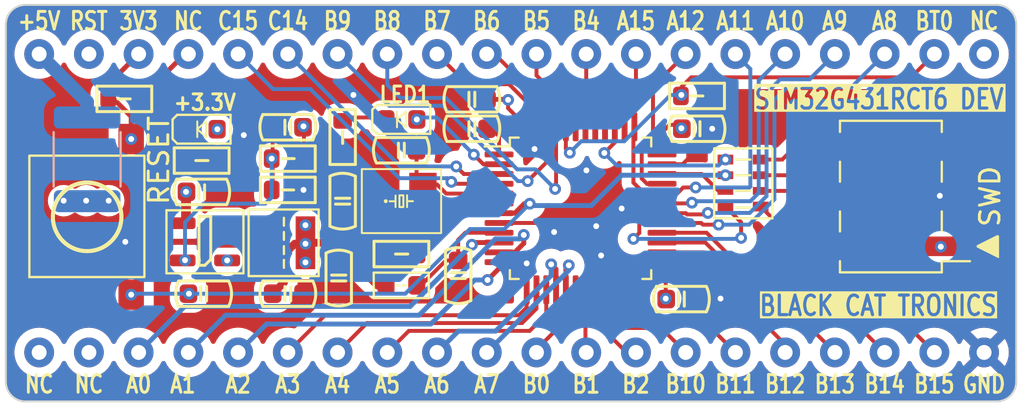
<source format=kicad_pcb>
(kicad_pcb (version 20221018) (generator pcbnew)
  (layers (0 "F.Cu" signal) (1 "In1.Cu" signal) (2 "In2.Cu" signal) (31 "B.Cu" signal) (34 "B.Paste" user) (35 "F.Paste" user) (36 "B.SilkS" user "B.Silkscreen") (37 "F.SilkS" user "F.Silkscreen") (38 "B.Mask" user) (39 "F.Mask" user) (44 "Edge.Cuts" user))
  (net 0 "")
  (net 1 "HSE_IN")
  (net 2 "GND")
  (net 3 "Net-(C2-Pad1)")
  (net 4 "+BATT")
  (net 5 "+3V3")
  (net 6 "+3.3VA")
  (net 7 "NRST")
  (net 8 "/+5.0V")
  (net 9 "Net-(U2-FB)")
  (net 10 "Net-(J1-Pin_2)")
  (net 11 "Net-(J1-Pin_4)")
  (net 12 "Net-(J1-Pin_5)")
  (net 13 "Net-(J1-Pin_6)")
  (net 14 "Net-(U2-LX)")
  (net 15 "Net-(LED1-K)")
  (net 16 "HSE_OUT")
  (net 17 "BOOT0")
  (net 18 "SYS_JTDO-SWO")
  (net 19 "SYS_JTMS-SWDIO")
  (net 20 "SYS_JTCK-SWCLK")
  (net 21 "HEART_BEAT")
  (net 22 "Net-(LED2-K)")
  (net 23 "PC15")
  (net 27 "PC14")
  (net 28 "PB8")
  (net 29 "PB9")
  (net 30 "PB7")
  (net 31 "PB6")
  (net 32 "PB4")
  (net 33 "PB5")
  (net 34 "PA15")
  (net 35 "PA0")
  (net 36 "PA1")
  (net 37 "PA2")
  (net 38 "PA3")
  (net 39 "PA4")
  (net 40 "PA5")
  (net 41 "PA6")
  (net 42 "PA7")
  (net 43 "PA8")
  (net 44 "PA9")
  (net 45 "PA10")
  (net 46 "PA11")
  (net 47 "PA12")
  (net 48 "PB0")
  (net 49 "PB1")
  (net 50 "PB2")
  (net 51 "PB10")
  (net 52 "PB11")
  (net 53 "PB12")
  (net 54 "PB13")
  (net 55 "PB14")
  (net 56 "PB15")
  (net 57 "+5V")
  (footprint "Library:C_0603_1608Metric" (layer "F.Cu") (at 171.7 58.5 180)
    (fp_text reference "C10")
    (fp_text value "100nF")
  )
  (footprint "Library:C_0603_1608Metric" (layer "F.Cu") (at 171.7 67)
    (fp_text reference "C11")
    (fp_text value "22uF")
  )
  (footprint "Library:R_0603_1608Metric" (layer "F.Cu") (at 171.7 60.1 180)
    (fp_text reference "R4")
    (fp_text value "220k")
  )
  (footprint "Library:C_0603_1608Metric" (layer "F.Cu") (at 181.1 57.075 180)
    (fp_text reference "C6")
    (fp_text value "100nF")
  )
  (footprint "Library:R_Array_Convex_4x0603" (layer "F.Cu") (at 194.95 61.35 180)
    (fp_text reference "RN1")
    (fp_text value "22R")
  )
  (footprint "Library:C_0603_1608Metric" (layer "F.Cu") (at 192.6 58.575)
    (fp_text reference "C5")
    (fp_text value "100nF")
  )
  (footprint "Library:C_0603_1608Metric" (layer "F.Cu") (at 174.3 66.2 -90)
    (fp_text reference "C12")
    (fp_text value "22uF")
  )
  (footprint "Library:L_Neosid_SMS-ME3015" (layer "F.Cu") (at 171.5 64.4)
    (fp_text reference "L1")
    (fp_text value "2.2uH/1.5A")
  )
  (footprint "Library:R_0603_1608Metric" (layer "F.Cu") (at 192.6 56.9)
    (fp_text reference "R2")
    (fp_text value "10k")
  )
  (footprint "Library:Crystal_SMD_3225-4Pin_3.2x2.5mm" (layer "F.Cu") (at 177.5 62.275)
    (fp_text reference "Y1")
    (fp_text value "8MHz")
  )
  (footprint "Library:C_0603_1608Metric" (layer "F.Cu") (at 174.5 62.275 90)
    (fp_text reference "C2")
    (fp_text value "12pF")
  )
  (footprint "Library:R_0603_1608Metric" (layer "F.Cu") (at 167.3 60.2 180)
    (fp_text reference "R6")
    (fp_text value "330")
  )
  (footprint "Library:Socket_DIP-40_15.24mm_Conn" (layer "F.Cu") (at 159 70 90)
    (fp_text reference "J2" hide)
    (fp_text value "Conn_02x20_Counter_Clockwise" hide)
  )
  (footprint "Library:PinHeader_2x03_P2.54mm_Vertical_SMD" (layer "F.Cu") (at 202.5 62.04 180)
    (fp_text reference "J1")
    (fp_text value "SWD")
  )
  (footprint "Library:C_0603_1608Metric" (layer "F.Cu") (at 167.3 61.8)
    (fp_text reference "C9")
    (fp_text value "22uF")
  )
  (footprint "Library:R_0603_1608Metric" (layer "F.Cu") (at 174.5 59 90)
    (fp_text reference "R7")
    (fp_text value "330")
  )
  (footprint "Library:C_0603_1608Metric" (layer "F.Cu") (at 177.5 59.675 180)
    (fp_text reference "C1")
    (fp_text value "12pF")
  )
  (footprint "Library:SOT-23-5" (layer "F.Cu") (at 167.4625 64.35 180)
    (fp_text reference "U2")
    (fp_text value "SY8089" hide)
  )
  (footprint "Library:R_0603_1608Metric" (layer "F.Cu") (at 163.35 57.05)
    (fp_text reference "R3")
    (fp_text value "10k")
  )
  (footprint "Library:C_0603_1608Metric" (layer "F.Cu") (at 167.4 67)
    (fp_text reference "C8")
    (fp_text value "100nF")
  )
  (footprint "Library:LED_0603_1608Metric" (layer "F.Cu") (at 167.3 58.6)
    (fp_text reference "LED1")
    (fp_text value "RED")
  )
  (footprint "Library:C_0603_1608Metric" (layer "F.Cu") (at 191.8 67.275)
    (fp_text reference "C4")
    (fp_text value "100nF")
  )
  (footprint "Library:C_0603_1608Metric" (layer "F.Cu") (at 180.4 66.075 -90)
    (fp_text reference "C7")
    (fp_text value "100nF")
  )
  (footprint "Library:C_0603_1608Metric" (layer "F.Cu") (at 181.1 58.575 180)
    (fp_text reference "C3")
    (fp_text value "100nF")
  )
  (footprint "Library:R_0603_1608Metric" (layer "F.Cu") (at 177.5 64.975 180)
    (fp_text reference "R1")
    (fp_text value "47R")
  )
  (footprint "Package_QFP:LQFP-48_7x7mm_P0.5mm" (layer "F.Cu") (at 186.65 62.6375)
    (fp_text reference "U1")
    (fp_text value "STM32L431CCTx")
  )
  (footprint "Library:R_0603_1608Metric" (layer "F.Cu") (at 171.7 61.7)
    (fp_text reference "R5")
    (fp_text value "49.9k")
  )
  (footprint "Library:L_0603_1608Metric" (layer "F.Cu") (at 177.5 66.575)
    (fp_text reference "FB1")
    (fp_text value "BLM18PG300SN1D")
  )
  (footprint "Library:LED_0603_1608Metric" (layer "F.Cu") (at 177.5 58.1)
    (fp_text reference "LED2")
    (fp_text value "RED")
  )
  (footprint "Library:DTSM-6" (layer "F.Cu") (at 161.45007 63.07495 90)
    (fp_text reference "S1" hide)
    (fp_text value "RESET")
  )
  (footprint "Fuse:Fuse_1812_4532Metric" (layer "B.Cu") (at 161.45 60.1375 -90)
    (fp_text reference "F1" hide)
    (fp_text value "Fuse")
  )
  (gr_poly (pts (xy 207.95 64.08) (xy 206.95 64.58) (xy 207.95 65.08)) (stroke (width 0.15)) (fill solid) (layer "F.SilkS"))
  (gr_arc (start 158.3 72.5) (mid 157.592893 72.207107) (end 157.3 71.5) (stroke (width 0.1)) (layer "Edge.Cuts"))
  (gr_line locked (start 158.3 52.25) (end 207.9 52.25) (stroke (width 0.1)) (layer "Edge.Cuts"))
  (gr_line (start 208.9 53.25) (end 208.9 71.5) (stroke (width 0.1)) (layer "Edge.Cuts"))
  (gr_arc (start 208.9 71.5) (mid 208.607107 72.207107) (end 207.9 72.5) (stroke (width 0.1)) (layer "Edge.Cuts"))
  (gr_arc (start 207.9 52.25) (mid 208.607107 52.542893) (end 208.9 53.25) (stroke (width 0.1)) (layer "Edge.Cuts"))
  (gr_line locked (start 157.3 71.5) (end 157.3 53.25) (stroke (width 0.1)) (layer "Edge.Cuts"))
  (gr_line (start 207.9 72.5) (end 158.3 72.5) (stroke (width 0.1)) (layer "Edge.Cuts"))
  (gr_arc locked (start 157.3 53.25) (mid 157.592893 52.542893) (end 158.3 52.25) (stroke (width 0.1)) (layer "Edge.Cuts"))
  (gr_text "C15" (at 169.16 53.6) (layer "F.SilkS") (effects (font (size 0.9 0.7)) (justify bottom)))
  (gr_text "RESET" (at 165.7 62.55 90) (layer "F.SilkS") (effects (font (size 1 1)) (justify left bottom)))
  (gr_text "B13" (at 199.64 72.15) (layer "F.SilkS") (effects (font (size 0.9 0.7)) (justify bottom)))
  (gr_text "B12" (at 197.1 72.15) (layer "F.SilkS") (effects (font (size 0.9 0.7)) (justify bottom)))
  (gr_text "RST" (at 161.54 53.6) (layer "F.SilkS") (effects (font (size 0.9 0.7)) (justify bottom)))
  (gr_text "+3.3V" (at 165.8 57.7) (layer "F.SilkS") (effects (font (size 0.8 0.7)) (justify left bottom)))
  (gr_text "B1" (at 186.94 72.15) (layer "F.SilkS") (effects (font (size 0.9 0.7)) (justify bottom)))
  (gr_text "GND" (at 207.26 72.15) (layer "F.SilkS") (effects (font (size 0.9 0.7)) (justify bottom)))
  (gr_text "B4" (at 186.94 53.6) (layer "F.SilkS") (effects (font (size 0.9 0.7)) (justify bottom)))
  (gr_text "A12" (at 192.02 53.6) (layer "F.SilkS") (effects (font (size 0.9 0.7)) (justify bottom)))
  (gr_text "B6" (at 181.86 53.6) (layer "F.SilkS") (effects (font (size 0.9 0.7)) (justify bottom)))
  (gr_text "A8" (at 202.18 53.6) (layer "F.SilkS") (effects (font (size 0.9 0.7)) (justify bottom)))
  (gr_text "NC" (at 159 72.15) (layer "F.SilkS") (effects (font (size 0.9 0.7)) (justify bottom)))
  (gr_text "A3" (at 171.7 72.15) (layer "F.SilkS") (effects (font (size 0.9 0.7)) (justify bottom)))
  (gr_text "B11" (at 194.56 72.15) (layer "F.SilkS") (effects (font (size 0.9 0.7)) (justify bottom)))
  (gr_text "BT0" (at 204.72 53.6) (layer "F.SilkS") (effects (font (size 0.9 0.7)) (justify bottom)))
  (gr_text "A6" (at 179.32 72.15) (layer "F.SilkS") (effects (font (size 0.9 0.7)) (justify bottom)))
  (gr_text "A4" (at 174.24 72.15) (layer "F.SilkS") (effects (font (size 0.9 0.7)) (justify bottom)))
  (gr_text "B10" (at 192.02 72.15) (layer "F.SilkS") (effects (font (size 0.9 0.7)) (justify bottom)))
  (gr_text "B14" (at 202.18 72.15) (layer "F.SilkS") (effects (font (size 0.9 0.7)) (justify bottom)))
  (gr_text "B5" (at 184.4 53.6) (layer "F.SilkS") (effects (font (size 0.9 0.7)) (justify bottom)))
  (gr_text "NC" (at 166.62 53.6) (layer "F.SilkS") (effects (font (size 0.9 0.7)) (justify bottom)))
  (gr_text "STM32G431RCT6 DEV" (at 201.9 57.65) (layer "F.SilkS" knockout) (effects (font (size 1 0.8) (thickness 0.16) bold) (justify bottom)))
  (gr_text "B8" (at 176.78 53.6) (layer "F.SilkS") (effects (font (size 0.9 0.7)) (justify bottom)))
  (gr_text "LED1" (at 176.3 57.3) (layer "F.SilkS") (effects (font (size 0.8 0.7)) (justify left bottom)))
  (gr_text "A9" (at 199.64 53.6) (layer "F.SilkS") (effects (font (size 0.9 0.7)) (justify bottom)))
  (gr_text "A5" (at 176.78 72.15) (layer "F.SilkS") (effects (font (size 0.9 0.7)) (justify bottom)))
  (gr_text "B2" (at 189.48 72.15) (layer "F.SilkS") (effects (font (size 0.9 0.7)) (justify bottom)))
  (gr_text "A11" (at 194.56 53.6) (layer "F.SilkS") (effects (font (size 0.9 0.7)) (justify bottom)))
  (gr_text "B9" (at 174.24 53.6) (layer "F.SilkS") (effects (font (size 0.9 0.7)) (justify bottom)))
  (gr_text "B0" (at 184.4 72.15) (layer "F.SilkS") (effects (font (size 0.9 0.7)) (justify bottom)))
  (gr_text "C14" (at 171.7 53.6) (layer "F.SilkS") (effects (font (size 0.9 0.7)) (justify bottom)))
  (gr_text "BLACK CAT TRONICS" (at 201.85 68.2) (layer "F.SilkS" knockout) (effects (font (size 1 0.8) (thickness 0.16) bold) (justify bottom)))
  (gr_text "A2\n" (at 169.16 72.15) (layer "F.SilkS") (effects (font (size 0.9 0.7)) (justify bottom)))
  (gr_text "A0" (at 164.08 72.15) (layer "F.SilkS") (effects (font (size 0.9 0.7)) (justify bottom)))
  (gr_text "NC" (at 161.54 72.15) (layer "F.SilkS") (effects (font (size 0.9 0.7)) (justify bottom)))
  (gr_text "A7" (at 181.86 72.15) (layer "F.SilkS") (effects (font (size 0.9 0.7)) (justify bottom)))
  (gr_text "+5V" (at 159 53.6) (layer "F.SilkS") (effects (font (size 0.9 0.7)) (justify bottom)))
  (gr_text "NC" (at 207.26 53.6) (layer "F.SilkS") (effects (font (size 0.9 0.7)) (justify bottom)))
  (gr_text "A15" (at 189.48 53.6) (layer "F.SilkS") (effects (font (size 0.9 0.7)) (justify bottom)))
  (gr_text "3V3" (at 164.08 53.6) (layer "F.SilkS") (effects (font (size 0.9 0.7)) (justify bottom)))
  (gr_text "B15" (at 204.72 72.15) (layer "F.SilkS") (effects (font (size 0.9 0.7)) (justify bottom)))
  (gr_text "B7" (at 179.32 53.6) (layer "F.SilkS") (effects (font (size 0.9 0.7)) (justify bottom)))
  (gr_text "A10" (at 197.1 53.6) (layer "F.SilkS") (effects (font (size 0.9 0.7)) (justify bottom)))
  (gr_text "A1" (at 166.337708 72.15) (layer "F.SilkS") (effects (font (size 0.9 0.7)) (justify bottom)))
  (gr_text "SWD" (at 208.15 63.675119 90) (layer "F.SilkS") (effects (font (size 1 1)) (justify left bottom)))
  (segment (start 178.275 59.675) (end 178.275 61.1) (width 0.2) (layer "F.Cu") (net 1))
  (segment (start 182.4875 61.8875) (end 179.7875 61.8875) (width 0.2) (layer "F.Cu") (net 1))
  (segment (start 179.325 61.425) (end 178.6 61.425) (width 0.2) (layer "F.Cu") (net 1))
  (segment (start 179.7875 61.8875) (end 179.325 61.425) (width 0.2) (layer "F.Cu") (net 1))
  (segment (start 174.5 59.825) (end 174.5 61.5) (width 0.2) (layer "F.Cu") (net 2))
  (segment (start 191.8625 60.3875) (end 193.375 58.875) (width 0.2) (layer "F.Cu") (net 2))
  (segment (start 188.9 65.45) (end 188.5 65.05) (width 0.25) (layer "F.Cu") (net 2))
  (segment (start 176.725 59.675) (end 174.65 59.675) (width 0.2) (layer "F.Cu") (net 2))
  (segment (start 169.45 58.9) (end 169.45 59.8) (width 0.3) (layer "F.Cu") (net 2))
  (segment (start 169.45 59.8) (end 169.05 60.2) (width 0.3) (layer "F.Cu") (net 2))
  (segment (start 163.4 64.35) (end 168.6 64.35) (width 0.3) (layer "F.Cu") (net 2))
  (segment (start 182.4875 63.3875) (end 184.8375 63.3875) (width 0.2) (layer "F.Cu") (net 2))
  (segment (start 180.4 66.85) (end 179.875 67.375) (width 0.25) (layer "F.Cu") (net 2))
  (segment (start 184.3005 59.610893) (end 184.4 59.511393) (width 0.2) (layer "F.Cu") (net 2))
  (segment (start 184.4 59.511393) (end 184.4 58.475) (width 0.2) (layer "F.Cu") (net 2))
  (segment (start 168.125 61.75) (end 168.075 61.8) (width 0.3) (layer "F.Cu") (net 2))
  (segment (start 184.8375 63.3875) (end 185.3 63.85) (width 0.2) (layer "F.Cu") (net 2))
  (segment (start 179.875 67.375) (end 175.925 67.375) (width 0.25) (layer "F.Cu") (net 2))
  (segment (start 175.525 66.975) (end 174.3 66.975) (width 0.25) (layer "F.Cu") (net 2))
  (segment (start 176.5 61.425) (end 178.2 63.125) (width 0.2) (layer "F.Cu") (net 2))
  (segment (start 169.05 60.2) (end 168.125 60.2) (width 0.3) (layer "F.Cu") (net 2))
  (segment (start 175.925 67.375) (end 175.525 66.975) (width 0.25) (layer "F.Cu") (net 2))
  (segment (start 193.375 58.575) (end 193.375 56.95) (width 0.2) (layer "F.Cu") (net 2))
  (segment (start 193.8 67.25) (end 192.6 67.25) (width 0.2) (layer "F.Cu") (net 2))
  (segment (start 168.125 60.2) (end 168.125 61.75) (width 0.3) (layer "F.Cu") (net 2))
  (segment (start 172.525 61.7) (end 174.3 61.7) (width 0.2) (layer "F.Cu") (net 2))
  (segment (start 188.5 65.05) (end 187.7 65.05) (width 0.25) (layer "F.Cu") (net 2))
  (segment (start 188.9 66.8) (end 188.9 65.45) (width 0.25) (layer "F.Cu") (net 2))
  (segment (start 190.8125 60.3875) (end 191.8625 60.3875) (width 0.2) (layer "F.Cu") (net 2))
  (segment (start 180.325 57.075) (end 180.325 58.575) (width 0.2) (layer "F.Cu") (net 2))
  (segment (start 174.5 61.5) (end 176.325 61.5) (width 0.2) (layer "F.Cu") (net 2))
  (via (at 193.375 58.575) (size 0.6) (drill 0.3) (layers "F.Cu" "B.Cu") (net 2))
  (via (at 187.7 65.05) (size 0.6) (drill 0.3) (layers "F.Cu" "B.Cu") (net 2))
  (via (at 193.8 67.25) (size 0.6) (drill 0.3) (layers "F.Cu" "B.Cu") (net 2))
  (via (at 187.45 63.55) (size 0.6) (drill 0.3) (layers "F.Cu" "B.Cu") (net 2))
  (via (at 188.75 62.65) (size 0.6) (drill 0.3) (layers "F.Cu" "B.Cu") (net 2))
  (via (at 172.5 61.7) (size 0.6) (drill 0.3) (layers "F.Cu" "B.Cu") (net 2))
  (via (at 169.45 58.9) (size 0.6) (drill 0.3) (layers "F.Cu" "B.Cu") (net 2))
  (via (at 175.05 56.85) (size 0.6) (drill 0.3) (layers "F.Cu" "B.Cu") (net 2))
  (via (at 163.4 64.35) (size 0.6) (drill 0.3) (layers "F.Cu" "B.Cu") (net 2))
  (via (at 185.3 63.85) (size 0.6) (drill 0.3) (layers "F.Cu" "B.Cu") (net 2))
  (via (at 186.95 60.7) (size 0.6) (drill 0.3) (layers "F.Cu" "B.Cu") (net 2))
  (via (at 183.9 65.45) (size 0.6) (drill 0.3) (layers "F.Cu" "B.Cu") (net 2))
  (via (at 205 62) (size 0.6) (drill 0.3) (layers "F.Cu" "B.Cu") (net 2))
  (via (at 184.3005 59.610893) (size 0.6) (drill 0.3) (layers "F.Cu" "B.Cu") (net 2))
  (segment (start 174.5 63.05) (end 176.325 63.05) (width 0.2) (layer "F.Cu") (net 3))
  (segment (start 176.65 63.375) (end 176.65 64.95) (width 0.2) (layer "F.Cu") (net 3))
  (segment (start 176.65 64.95) (end 176.675 64.975) (width 0.2) (layer "F.Cu") (net 3))
  (segment (start 176.4 63.125) (end 176.65 63.375) (width 0.2) (layer "F.Cu") (net 3))
  (segment (start 182.5 58.975) (end 182.4875 58.9875) (width 0.2) (layer "F.Cu") (net 4))
  (segment (start 182.4875 58.9875) (end 182.4875 59.8875) (width 0.2) (layer "F.Cu") (net 4))
  (segment (start 182.1 58.575) (end 182.5 58.975) (width 0.2) (layer "F.Cu") (net 4))
  (segment (start 172.525 60.1) (end 172.525 58.525) (width 0.2) (layer "F.Cu") (net 5))
  (segment (start 176.7125 66.575) (end 176.275 66.575) (width 0.4) (layer "F.Cu") (net 5))
  (segment (start 171.5 66.425) (end 170.925 67) (width 0.4) (layer "F.Cu") (net 5))
  (segment (start 191.2 58.375) (end 191.825 58.375) (width 0.2) (layer "F.Cu") (net 5))
  (segment (start 190.8125 58.7625) (end 191.2 58.375) (width 0.2) (layer "F.Cu") (net 5))
  (segment (start 189.6 66) (end 190.7 66) (width 0.2) (layer "F.Cu") (net 5))
  (segment (start 182.925 57.075) (end 182.95 57.1) (width 0.25) (layer "F.Cu") (net 5))
  (segment (start 173.85 64.4) (end 174.3 64.85) (width 0.4) (layer "F.Cu") (net 5))
  (segment (start 164.175 57.025) (end 166.44 54.76) (width 0.25) (layer "F.Cu") (net 5))
  (segment (start 190.8125 59.8875) (end 190.8125 58.7625) (width 0.2) (layer "F.Cu") (net 5))
  (segment (start 182.95 57.525) (end 183.9 58.475) (width 0.2) (layer "F.Cu") (net 5))
  (segment (start 175.125 65.425) (end 174.3 65.425) (width 0.4) (layer "F.Cu") (net 5))
  (segment (start 176.275 66.575) (end 175.125 65.425) (width 0.4) (layer "F.Cu") (net 5))
  (segment (start 190.7 66) (end 191 66.3) (width 0.2) (layer "F.Cu") (net 5))
  (segment (start 172.6 64.4) (end 173.85 64.4) (width 0.4) (layer "F.Cu") (net 5))
  (segment (start 172.55 64.45) (end 172.05 64.45) (width 0.4) (layer "F.Cu") (net 5))
  (segment (start 181.875 57.075) (end 182.925 57.075) (width 0.25) (layer "F.Cu") (net 5))
  (segment (start 182.95 57.1) (end 182.95 57.525) (width 0.2) (layer "F.Cu") (net 5))
  (segment (start 191 66.3) (end 191 67.25) (width 0.2) (layer "F.Cu") (net 5))
  (segment (start 171.5 65) (end 171.5 66.425) (width 0.4) (layer "F.Cu") (net 5))
  (segment (start 172.05 64.45) (end 171.5 65) (width 0.4) (layer "F.Cu") (net 5))
  (segment (start 174.3 64.85) (end 174.3 65.425) (width 0.4) (layer "F.Cu") (net 5))
  (segment (start 189.4 66.2) (end 189.6 66) (width 0.2) (layer "F.Cu") (net 5))
  (via (at 182.95 57.1) (size 0.6) (drill 0.3) (layers "F.Cu" "B.Cu") (net 5))
  (via (at 205.05 64.6) (size 0.6) (drill 0.3) (layers "F.Cu" "B.Cu") (net 5))
  (via (at 172.6 65.4) (size 0.6) (drill 0.3) (layers "F.Cu" "B.Cu") (net 5))
  (via (at 172.5 58.45) (size 0.6) (drill 0.3) (layers "F.Cu" "B.Cu") (net 5))
  (via (at 191.8 58.55) (size 0.6) (drill 0.3) (layers "F.Cu" "B.Cu") (net 5))
  (via (at 172.6 63.5) (size 0.6) (drill 0.3) (layers "F.Cu" "B.Cu") (net 5))
  (via (at 168.1 58.6) (size 0.6) (drill 0.3) (layers "F.Cu" "B.Cu") (net 5))
  (via (at 172.6 64.45) (size 0.6) (drill 0.3) (layers "F.Cu" "B.Cu") (net 5))
  (via (at 191 67.25) (size 0.6) (drill 0.3) (layers "F.Cu" "B.Cu") (net 5))
  (segment (start 179.775 65.3) (end 180.4 65.3) (width 0.2) (layer "F.Cu") (net 6))
  (segment (start 180.7625 63.8875) (end 180.4 64.25) (width 0.2) (layer "F.Cu") (net 6))
  (segment (start 182.4875 63.8875) (end 180.7625 63.8875) (width 0.2) (layer "F.Cu") (net 6))
  (segment (start 178.5 66.575) (end 179.775 65.3) (width 0.2) (layer "F.Cu") (net 6))
  (segment (start 180.4 64.25) (end 180.4 65.3) (width 0.2) (layer "F.Cu") (net 6))
  (segment (start 163.7 57.95) (end 163.7 59.1) (width 0.25) (layer "F.Cu") (net 7))
  (segment (start 182.4875 62.8875) (end 183.290685 62.8875) (width 0.25) (layer "F.Cu") (net 7))
  (segment (start 162.525 57.05) (end 162.8 57.05) (width 0.25) (layer "F.Cu") (net 7))
  (segment (start 163.7 67.05) (end 163.7 67.04995) (width 0.2) (layer "F.Cu") (net 7))
  (segment (start 162.525 57.05) (end 162.525 56.315) (width 0.25) (layer "F.Cu") (net 7))
  (segment (start 162.8 57.05) (end 163.7 57.95) (width 0.25) (layer "F.Cu") (net 7))
  (segment (start 183.773662 62.404523) (end 184.055849 62.404523) (width 0.25) (layer "F.Cu") (net 7))
  (segment (start 162.525 56.315) (end 164.08 54.76) (width 0.25) (layer "F.Cu") (net 7))
  (segment (start 183.290685 62.8875) (end 183.773662 62.404523) (width 0.25) (layer "F.Cu") (net 7))
  (via (at 184.055849 62.404523) (size 0.6) (drill 0.3) (layers "F.Cu" "B.Cu") (net 7))
  (via (at 166.65 67) (size 0.6) (drill 0.3) (layers "F.Cu" "B.Cu") (net 7))
  (via (at 163.7 59.1) (size 0.6) (drill 0.3) (layers "F.Cu" "B.Cu") (net 7))
  (via (at 163.7 67.05) (size 0.6) (drill 0.3) (layers "F.Cu" "B.Cu") (net 7))
  (via (at 194.05 60.95) (size 0.6) (drill 0.3) (layers "F.Cu" "B.Cu") (net 7))
  (segment (start 188.75 60.95) (end 187.2 62.5) (width 0.25) (layer "B.Cu") (net 7))
  (segment (start 182.760372 63.7) (end 184.055849 62.404523) (width 0.2) (layer "B.Cu") (net 7))
  (segment (start 177.7 67) (end 181 63.7) (width 0.2) (layer "B.Cu") (net 7))
  (segment (start 163.7 67.05) (end 163.75 67) (width 0.2) (layer "B.Cu") (net 7))
  (segment (start 184.151326 62.5) (end 184.055849 62.404523) (width 0.25) (layer "B.Cu") (net 7))
  (segment (start 163.75 67) (end 177.7 67) (width 0.2) (layer "B.Cu") (net 7))
  (segment (start 194.05 60.95) (end 188.75 60.95) (width 0.25) (layer "B.Cu") (net 7))
  (segment (start 181 63.7) (end 182.760372 63.7) (width 0.2) (layer "B.Cu") (net 7))
  (segment (start 187.2 62.5) (end 184.151326 62.5) (width 0.25) (layer "B.Cu") (net 7))
  (segment (start 166.5 63.225) (end 166.5 61.825) (width 0.5) (layer "F.Cu") (net 8))
  (segment (start 166.325 63.4) (end 166.5 63.225) (width 0.5) (layer "F.Cu") (net 8))
  (via (at 166.5 61.8) (size 0.6) (drill 0.3) (layers "F.Cu" "B.Cu") (net 8))
  (via (at 168.6 65.3) (size 0.6) (drill 0.3) (layers "F.Cu" "B.Cu") (net 8))
  (via (at 160.25 62.25) (size 0.6) (drill 0.3) (layers "F.Cu" "B.Cu") (net 8))
  (via (at 161.4 62.25) (size 0.6) (drill 0.3) (layers "F.Cu" "B.Cu") (net 8))
  (via (at 162.55 62.25) (size 0.6) (drill 0.3) (layers "F.Cu" "B.Cu") (net 8))
  (segment (start 170.925 58.5) (end 170.925 61.575) (width 0.2) (layer "F.Cu") (net 9))
  (via (at 166.4495 65.290215) (size 0.6) (drill 0.3) (layers "F.Cu" "B.Cu") (net 9))
  (via (at 170.875 60.1) (size 0.6) (drill 0.3) (layers "F.Cu" "B.Cu") (net 9))
  (segment (start 170.875 62.075) (end 170.55 62.4) (width 0.2) (layer "B.Cu") (net 9))
  (segment (start 167.4 62.4) (end 166.4495 63.3505) (width 0.2) (layer "B.Cu") (net 9))
  (segment (start 170.55 62.4) (end 167.4 62.4) (width 0.2) (layer "B.Cu") (net 9))
  (segment (start 170.875 60.1) (end 170.875 62.075) (width 0.2) (layer "B.Cu") (net 9))
  (segment (start 166.4495 63.3505) (end 166.4495 65.290215) (width 0.2) (layer "B.Cu") (net 9))
  (segment (start 199.975 63.875) (end 199.975 64.58) (width 0.2) (layer "F.Cu") (net 10))
  (segment (start 199.35 63.25) (end 199.975 63.875) (width 0.2) (layer "F.Cu") (net 10))
  (segment (start 196.55 63.25) (end 199.35 63.25) (width 0.2) (layer "F.Cu") (net 10))
  (segment (start 195.85 62.55) (end 196.55 63.25) (width 0.2) (layer "F.Cu") (net 10))
  (segment (start 195.85 61.75) (end 197.45 61.75) (width 0.2) (layer "F.Cu") (net 11))
  (segment (start 197.74 62.04) (end 197.45 61.75) (width 0.2) (layer "F.Cu") (net 11))
  (segment (start 199.975 62.04) (end 197.74 62.04) (width 0.2) (layer "F.Cu") (net 11))
  (segment (start 202.9 59.5) (end 205.025 59.5) (width 0.2) (layer "F.Cu") (net 12))
  (segment (start 201.45 60.95) (end 202.9 59.5) (width 0.2) (layer "F.Cu") (net 12))
  (segment (start 195.85 60.95) (end 201.45 60.95) (width 0.2) (layer "F.Cu") (net 12))
  (segment (start 196.95 60.15) (end 197.6 59.5) (width 0.2) (layer "F.Cu") (net 13))
  (segment (start 197.6 59.5) (end 199.975 59.5) (width 0.2) (layer "F.Cu") (net 13))
  (segment (start 195.85 60.15) (end 196.95 60.15) (width 0.2) (layer "F.Cu") (net 13))
  (segment (start 168.6 63.4) (end 169.4 63.4) (width 0.4) (layer "F.Cu") (net 14))
  (segment (start 169.4 63.4) (end 170.4 64.4) (width 0.4) (layer "F.Cu") (net 14))
  (segment (start 166.5125 58.6) (end 166.5125 60.1625) (width 0.2) (layer "F.Cu") (net 15))
  (segment (start 181.1625 62.3875) (end 182.4875 62.3875) (width 0.2) (layer "F.Cu") (net 16))
  (segment (start 178.575 64.975) (end 181.1625 62.3875) (width 0.2) (layer "F.Cu") (net 16))
  (segment (start 185.9 58.475) (end 185.9 59.6) (width 0.2) (layer "F.Cu") (net 17))
  (segment (start 203.53 55.95) (end 204.72 54.76) (width 0.2) (layer "F.Cu") (net 17))
  (segment (start 191.8 56.45) (end 192.3 55.95) (width 0.2) (layer "F.Cu") (net 17))
  (segment (start 192.3 55.95) (end 203.53 55.95) (width 0.2) (layer "F.Cu") (net 17))
  (segment (start 185.9 59.6) (end 186.1 59.8) (width 0.2) (layer "F.Cu") (net 17))
  (segment (start 191.8 56.85) (end 191.8 56.45) (width 0.2) (layer "F.Cu") (net 17))
  (via (at 191.8 56.85) (size 0.6) (drill 0.3) (layers "F.Cu" "B.Cu") (net 17))
  (via (at 186.1 59.8) (size 0.6) (drill 0.3) (layers "F.Cu" "B.Cu") (net 17))
  (segment (start 191.8 56.85) (end 191.25 56.85) (width 0.2) (layer "B.Cu") (net 17))
  (segment (start 186.685908 59.214092) (end 186.1 59.8) (width 0.2) (layer "B.Cu") (net 17))
  (segment (start 188.885908 59.214092) (end 186.685908 59.214092) (width 0.2) (layer "B.Cu") (net 17))
  (segment (start 191.25 56.85) (end 188.885908 59.214092) (width 0.2) (layer "B.Cu") (net 17))
  (segment (start 188.4 59.278185) (end 187.864092 59.814092) (width 0.2) (layer "F.Cu") (net 18))
  (segment (start 188.4 58.475) (end 188.4 59.278185) (width 0.2) (layer "F.Cu") (net 18))
  (via (at 194.05 60.15) (size 0.6) (drill 0.3) (layers "F.Cu" "B.Cu") (net 18))
  (via (at 187.864092 59.814092) (size 0.6) (drill 0.3) (layers "F.Cu" "B.Cu") (net 18))
  (segment (start 187.864092 59.814092) (end 188.5 60.45) (width 0.2) (layer "B.Cu") (net 18))
  (segment (start 188.5 60.45) (end 193.701471 60.45) (width 0.2) (layer "B.Cu") (net 18))
  (segment (start 193.701471 60.45) (end 194.001471 60.15) (width 0.2) (layer "B.Cu") (net 18))
  (segment (start 194.001471 60.15) (end 194.05 60.15) (width 0.2) (layer "B.Cu") (net 18))
  (segment (start 192.8375 60.8875) (end 193.7 61.75) (width 0.2) (layer "F.Cu") (net 19))
  (segment (start 190.8125 60.8875) (end 192.8375 60.8875) (width 0.2) (layer "F.Cu") (net 19))
  (segment (start 193.7 61.75) (end 194.05 61.75) (width 0.2) (layer "F.Cu") (net 19))
  (segment (start 189.65 61.62748) (end 189.65 63.9) (width 0.2) (layer "F.Cu") (net 20))
  (segment (start 189.65 63.9) (end 189.35 64.2) (width 0.2) (layer "F.Cu") (net 20))
  (segment (start 194.85 63.35) (end 194.85 64.15) (width 0.2) (layer "F.Cu") (net 20))
  (segment (start 189.35 61.32748) (end 189.65 61.62748) (width 0.2) (layer "F.Cu") (net 20))
  (segment (start 189.35 58.525) (end 189.35 61.32748) (width 0.2) (layer "F.Cu") (net 20))
  (segment (start 194.05 62.55) (end 194.85 63.35) (width 0.2) (layer "F.Cu") (net 20))
  (via (at 194.85 64.15) (size 0.6) (drill 0.3) (layers "F.Cu" "B.Cu") (net 20))
  (via (at 189.35 64.2) (size 0.6) (drill 0.3) (layers "F.Cu" "B.Cu") (net 20))
  (segment (start 194.8 64.2) (end 194.85 64.15) (width 0.2) (layer "B.Cu") (net 20))
  (segment (start 189.35 64.2) (end 194.8 64.2) (width 0.2) (layer "B.Cu") (net 20))
  (segment (start 182.4875 60.3875) (end 181.6875 60.3875) (width 0.2) (layer "F.Cu") (net 21))
  (segment (start 181.6875 60.3875) (end 181.2 59.9) (width 0.2) (layer "F.Cu") (net 21))
  (via (at 181.2 59.9) (size 0.6) (drill 0.3) (layers "F.Cu" "B.Cu") (net 21))
  (via (at 178.2875 58.1) (size 0.6) (drill 0.3) (layers "F.Cu" "B.Cu") (net 21))
  (segment (start 179.3 58) (end 181.2 59.9) (width 0.2) (layer "B.Cu") (net 21))
  (segment (start 178.2875 58) (end 179.3 58) (width 0.2) (layer "B.Cu") (net 21))
  (segment (start 176.7125 58) (end 174.675 58) (width 0.2) (layer "F.Cu") (net 22))
  (segment (start 180.05 61.288) (end 180.1495 61.3875) (width 0.2) (layer "F.Cu") (net 23))
  (segment (start 180.1495 61.3875) (end 182.4875 61.3875) (width 0.2) (layer "F.Cu") (net 23))
  (via (at 180.05 61.288) (size 0.6) (drill 0.3) (layers "F.Cu" "B.Cu") (net 23))
  (segment (start 180.05 61.288) (end 179.862 61.1) (width 0.2) (layer "B.Cu") (net 23))
  (segment (start 179.862 61.1) (end 177.4 61.1) (width 0.2) (layer "B.Cu") (net 23))
  (segment (start 170.95 56.55) (end 169.16 54.76) (width 0.2) (layer "B.Cu") (net 23))
  (segment (start 177.4 61.1) (end 172.85 56.55) (width 0.2) (layer "B.Cu") (net 23))
  (segment (start 172.85 56.55) (end 170.95 56.55) (width 0.2) (layer "B.Cu") (net 23))
  (segment (start 180.3 60.5) (end 180.6875 60.8875) (width 0.2) (layer "F.Cu") (net 27))
  (segment (start 180.6875 60.8875) (end 182.4875 60.8875) (width 0.2) (layer "F.Cu") (net 27))
  (via (at 180.3 60.5) (size 0.6) (drill 0.3) (layers "F.Cu" "B.Cu") (net 27))
  (segment (start 180.3 60.5) (end 177.44 60.5) (width 0.2) (layer "B.Cu") (net 27))
  (segment (start 177.44 60.5) (end 171.7 54.76) (width 0.2) (layer "B.Cu") (net 27))
  (segment (start 185.35 61.65) (end 185.4 61.6) (width 0.2) (layer "F.Cu") (net 28))
  (segment (start 185.4 61.6) (end 185.4 58.475) (width 0.2) (layer "F.Cu") (net 28))
  (via (at 185.35 61.65) (size 0.6) (drill 0.3) (layers "F.Cu" "B.Cu") (net 28))
  (segment (start 183.415686 60.65) (end 179.765685 57) (width 0.2) (layer "B.Cu") (net 28))
  (segment (start 184.35 60.65) (end 183.415686 60.65) (width 0.2) (layer "B.Cu") (net 28))
  (segment (start 185.35 61.65) (end 184.35 60.65) (width 0.2) (layer "B.Cu") (net 28))
  (segment (start 179.765685 57) (end 177.45 57) (width 0.2) (layer "B.Cu") (net 28))
  (segment (start 177.45 57) (end 176.78 56.33) (width 0.2) (layer "B.Cu") (net 28))
  (segment (start 176.78 56.33) (end 176.78 54.76) (width 0.2) (layer "B.Cu") (net 28))
  (segment (start 184.9 60.3) (end 184.9 58.475) (width 0.2) (layer "F.Cu") (net 29))
  (segment (start 183.95 61.25) (end 184.9 60.3) (width 0.2) (layer "F.Cu") (net 29))
  (via (at 183.95 61.25) (size 0.6) (drill 0.3) (layers "F.Cu" "B.Cu") (net 29))
  (segment (start 176.88 57.4) (end 174.24 54.76) (width 0.2) (layer "B.Cu") (net 29))
  (segment (start 183.45 61.25) (end 179.6 57.4) (width 0.2) (layer "B.Cu") (net 29))
  (segment (start 183.95 61.25) (end 183.45 61.25) (width 0.2) (layer "B.Cu") (net 29))
  (segment (start 179.6 57.4) (end 176.88 57.4) (width 0.2) (layer "B.Cu") (net 29))
  (segment (start 185.89283 57.2) (end 183.898529 57.2) (width 0.2) (layer "F.Cu") (net 30))
  (segment (start 183.898529 57.2) (end 182.998529 56.3) (width 0.2) (layer "F.Cu") (net 30))
  (segment (start 182.998529 56.3) (end 180.86 56.3) (width 0.2) (layer "F.Cu") (net 30))
  (segment (start 180.86 56.3) (end 179.32 54.76) (width 0.2) (layer "F.Cu") (net 30))
  (segment (start 186.4 58.475) (end 186.4 57.70717) (width 0.2) (layer "F.Cu") (net 30))
  (segment (start 186.4 57.70717) (end 185.89283 57.2) (width 0.2) (layer "F.Cu") (net 30))
  (segment (start 184.1 56.6) (end 182.26 54.76) (width 0.2) (layer "F.Cu") (net 31))
  (segment (start 185.858515 56.6) (end 184.1 56.6) (width 0.2) (layer "F.Cu") (net 31))
  (segment (start 186.9 58.475) (end 186.9 57.641485) (width 0.2) (layer "F.Cu") (net 31))
  (segment (start 186.9 57.641485) (end 185.858515 56.6) (width 0.2) (layer "F.Cu") (net 31))
  (segment (start 187.9 58.475) (end 187.9 57.2) (width 0.2) (layer "F.Cu") (net 32))
  (segment (start 187.9 57.2) (end 186.94 56.24) (width 0.2) (layer "F.Cu") (net 32))
  (segment (start 186.94 56.24) (end 186.94 54.76) (width 0.2) (layer "F.Cu") (net 32))
  (segment (start 187.3 57.60717) (end 187.3 57.475799) (width 0.2) (layer "F.Cu") (net 33))
  (segment (start 184.75 56.2) (end 184.4 55.85) (width 0.2) (layer "F.Cu") (net 33))
  (segment (start 187.35 58.475) (end 187.35 57.65717) (width 0.2) (layer "F.Cu") (net 33))
  (segment (start 187.35 57.65717) (end 187.3 57.60717) (width 0.2) (layer "F.Cu") (net 33))
  (segment (start 186.0242 56.2) (end 184.75 56.2) (width 0.2) (layer "F.Cu") (net 33))
  (segment (start 184.4 55.85) (end 184.4 54.76) (width 0.2) (layer "F.Cu") (net 33))
  (segment (start 187.3 57.475799) (end 186.0242 56.2) (width 0.2) (layer "F.Cu") (net 33))
  (segment (start 189.48 56.57) (end 189.48 54.76) (width 0.2) (layer "F.Cu") (net 34))
  (segment (start 188.9 58.475) (end 188.9 57.15) (width 0.2) (layer "F.Cu") (net 34))
  (segment (start 188.9 57.15) (end 189.48 56.57) (width 0.2) (layer "F.Cu") (net 34))
  (segment (start 181.2125 64.3875) (end 181.1 64.5) (width 0.25) (layer "F.Cu") (net 35))
  (segment (start 182.4875 64.3875) (end 181.2125 64.3875) (width 0.25) (layer "F.Cu") (net 35))
  (via (at 181.1 64.5) (size 0.6) (drill 0.3) (layers "F.Cu" "B.Cu") (net 35))
  (segment (start 177.949002 67.650998) (end 181.1 64.5) (width 0.25) (layer "B.Cu") (net 35))
  (segment (start 164.08 70) (end 166.429002 67.650998) (width 0.25) (layer "B.Cu") (net 35))
  (segment (start 166.429002 67.650998) (end 177.949002 67.650998) (width 0.25) (layer "B.Cu") (net 35))
  (segment (start 182.4875 64.8875) (end 183.290685 64.8875) (width 0.25) (layer "F.Cu") (net 36))
  (segment (start 183.75 64.428185) (end 183.75 64) (width 0.25) (layer "F.Cu") (net 36))
  (segment (start 183.290685 64.8875) (end 183.75 64.428185) (width 0.25) (layer "F.Cu") (net 36))
  (via (at 183.75 64) (size 0.6) (drill 0.3) (layers "F.Cu" "B.Cu") (net 36))
  (segment (start 182.3 64.2) (end 183.55 64.2) (width 0.25) (layer "B.Cu") (net 36))
  (segment (start 183.55 64.2) (end 183.75 64) (width 0.25) (layer "B.Cu") (net 36))
  (segment (start 178.399501 68.100499) (end 182.3 64.2) (width 0.25) (layer "B.Cu") (net 36))
  (segment (start 166.62 70) (end 168.519501 68.100499) (width 0.25) (layer "B.Cu") (net 36))
  (segment (start 168.519501 68.100499) (end 178.399501 68.100499) (width 0.25) (layer "B.Cu") (net 36))
  (segment (start 182.4875 65.3875) (end 182.4875 65.7125) (width 0.25) (layer "F.Cu") (net 37))
  (segment (start 182.4875 65.7125) (end 181.9 66.3) (width 0.25) (layer "F.Cu") (net 37))
  (via (at 181.9 66.3) (size 0.6) (drill 0.3) (layers "F.Cu" "B.Cu") (net 37))
  (segment (start 179 68.55) (end 170.61 68.55) (width 0.25) (layer "B.Cu") (net 37))
  (segment (start 170.61 68.55) (end 169.16 70) (width 0.25) (layer "B.Cu") (net 37))
  (segment (start 181.25 66.3) (end 179 68.55) (width 0.25) (layer "B.Cu") (net 37))
  (segment (start 181.9 66.3) (end 181.25 66.3) (width 0.25) (layer "B.Cu") (net 37))
  (segment (start 183.9 66.8) (end 183.9 67.7) (width 0.2) (layer "F.Cu") (net 38))
  (segment (start 173.6 68.1) (end 171.7 70) (width 0.2) (layer "F.Cu") (net 38))
  (segment (start 183.5 68.1) (end 173.6 68.1) (width 0.2) (layer "F.Cu") (net 38))
  (segment (start 183.9 67.7) (end 183.5 68.1) (width 0.2) (layer "F.Cu") (net 38))
  (segment (start 183.665479 68.499501) (end 175.740499 68.499501) (width 0.2) (layer "F.Cu") (net 39))
  (segment (start 184.4 67.76498) (end 183.665479 68.499501) (width 0.2) (layer "F.Cu") (net 39))
  (segment (start 184.4 66.8) (end 184.4 67.76498) (width 0.2) (layer "F.Cu") (net 39))
  (segment (start 175.740499 68.499501) (end 174.24 70) (width 0.2) (layer "F.Cu") (net 39))
  (segment (start 184.9 68.05) (end 184.050998 68.899002) (width 0.2) (layer "F.Cu") (net 40))
  (segment (start 184.050998 68.899002) (end 177.880998 68.899002) (width 0.2) (layer "F.Cu") (net 40))
  (segment (start 184.9 66.8) (end 184.9 68.05) (width 0.2) (layer "F.Cu") (net 40))
  (segment (start 177.880998 68.899002) (end 176.78 70) (width 0.2) (layer "F.Cu") (net 40))
  (segment (start 185.4 66.8) (end 185.4 65.75) (width 0.25) (layer "F.Cu") (net 41))
  (segment (start 185.4 65.75) (end 185.15 65.5) (width 0.25) (layer "F.Cu") (net 41))
  (via (at 185.15 65.5) (size 0.6) (drill 0.3) (layers "F.Cu" "B.Cu") (net 41))
  (segment (start 179.32 70) (end 180.406824 68.913176) (width 0.25) (layer "B.Cu") (net 41))
  (segment (start 182.310428 68.913176) (end 185.15 66.073604) (width 0.25) (layer "B.Cu") (net 41))
  (segment (start 185.15 66.073604) (end 185.15 65.5) (width 0.25) (layer "B.Cu") (net 41))
  (segment (start 180.406824 68.913176) (end 182.310428 68.913176) (width 0.25) (layer "B.Cu") (net 41))
  (segment (start 185.9 66.8) (end 185.9 65.7) (width 0.25) (layer "F.Cu") (net 42))
  (segment (start 185.9 65.7) (end 186.05 65.55) (width 0.25) (layer "F.Cu") (net 42))
  (via (at 186.05 65.55) (size 0.6) (drill 0.3) (layers "F.Cu" "B.Cu") (net 42))
  (segment (start 181.86 70) (end 186.05 65.81) (width 0.25) (layer "B.Cu") (net 42))
  (segment (start 186.05 65.81) (end 186.05 65.55) (width 0.25) (layer "B.Cu") (net 42))
  (segment (start 192.901678 63.474632) (end 193.703497 63.474632) (width 0.2) (layer "F.Cu") (net 43))
  (segment (start 190.8125 63.3875) (end 192.814546 63.3875) (width 0.2) (layer "F.Cu") (net 43))
  (segment (start 192.814546 63.3875) (end 192.901678 63.474632) (width 0.2) (layer "F.Cu") (net 43))
  (via (at 193.703497 63.474632) (size 0.6) (drill 0.3) (layers "F.Cu" "B.Cu") (net 43))
  (segment (start 196.55 62.181372) (end 195.25674 63.474632) (width 0.2) (layer "B.Cu") (net 43))
  (segment (start 200.49 56.45) (end 197.2 56.45) (width 0.2) (layer "B.Cu") (net 43))
  (segment (start 197.2 56.45) (end 196.55 57.1) (width 0.2) (layer "B.Cu") (net 43))
  (segment (start 196.55 57.1) (end 196.55 62.181372) (width 0.2) (layer "B.Cu") (net 43))
  (segment (start 202.18 54.76) (end 200.49 56.45) (width 0.2) (layer "B.Cu") (net 43))
  (segment (start 195.25674 63.474632) (end 193.703497 63.474632) (width 0.2) (layer "B.Cu") (net 43))
  (segment (start 192.08945 62.949981) (end 193.075151 62.949981) (width 0.2) (layer "F.Cu") (net 44))
  (segment (start 193.075151 62.949981) (end 193.15 62.875132) (width 0.2) (layer "F.Cu") (net 44))
  (segment (start 190.8125 62.8875) (end 192.026969 62.8875) (width 0.2) (layer "F.Cu") (net 44))
  (segment (start 192.026969 62.8875) (end 192.08945 62.949981) (width 0.2) (layer "F.Cu") (net 44))
  (via (at 193.15 62.875132) (size 0.6) (drill 0.3) (layers "F.Cu" "B.Cu") (net 44))
  (segment (start 196.85 56.05) (end 196.15 56.75) (width 0.2) (layer "B.Cu") (net 44))
  (segment (start 196.15 56.75) (end 196.15 62.015686) (width 0.2) (layer "B.Cu") (net 44))
  (segment (start 198.35 56.05) (end 196.85 56.05) (width 0.2) (layer "B.Cu") (net 44))
  (segment (start 196.15 62.015686) (end 195.290554 62.875132) (width 0.2) (layer "B.Cu") (net 44))
  (segment (start 199.64 54.76) (end 198.35 56.05) (width 0.2) (layer "B.Cu") (net 44))
  (segment (start 195.290554 62.875132) (end 193.15 62.875132) (width 0.2) (layer "B.Cu") (net 44))
  (segment (start 192.300753 62.3875) (end 192.337772 62.350481) (width 0.2) (layer "F.Cu") (net 45))
  (segment (start 190.8125 62.3875) (end 192.300753 62.3875) (width 0.2) (layer "F.Cu") (net 45))
  (via (at 192.337772 62.350481) (size 0.6) (drill 0.3) (layers "F.Cu" "B.Cu") (net 45))
  (segment (start 195.75 56.11) (end 195.75 61.85) (width 0.2) (layer "B.Cu") (net 45))
  (segment (start 197.1 54.76) (end 195.75 56.11) (width 0.2) (layer "B.Cu") (net 45))
  (segment (start 195.75 61.85) (end 195.324368 62.275632) (width 0.2) (layer "B.Cu") (net 45))
  (segment (start 192.412621 62.275632) (end 192.337772 62.350481) (width 0.2) (layer "B.Cu") (net 45))
  (segment (start 195.324368 62.275632) (end 192.412621 62.275632) (width 0.2) (layer "B.Cu") (net 45))
  (segment (start 191.89333 61.5745) (end 192.530276 61.5745) (width 0.2) (layer "F.Cu") (net 46))
  (segment (start 190.8125 61.8875) (end 191.58033 61.8875) (width 0.2) (layer "F.Cu") (net 46))
  (segment (start 191.58033 61.8875) (end 191.89333 61.5745) (width 0.2) (layer "F.Cu") (net 46))
  (via (at 192.530276 61.5745) (size 0.6) (drill 0.3) (layers "F.Cu" "B.Cu") (net 46))
  (segment (start 194.56 54.76) (end 195.321999 55.521999) (width 0.2) (layer "B.Cu") (net 46))
  (segment (start 195.321999 55.521999) (end 195.321999 61.528001) (width 0.2) (layer "B.Cu") (net 46))
  (segment (start 195.321999 61.528001) (end 195.2755 61.5745) (width 0.2) (layer "B.Cu") (net 46))
  (segment (start 195.2755 61.5745) (end 192.530276 61.5745) (width 0.2) (layer "B.Cu") (net 46))
  (segment (start 190.8125 61.3875) (end 190.04467 61.3875) (width 0.2) (layer "F.Cu") (net 47))
  (segment (start 189.775 59.65717) (end 190.35 59.08217) (width 0.2) (layer "F.Cu") (net 47))
  (segment (start 190.04467 61.3875) (end 189.775 61.11783) (width 0.2) (layer "F.Cu") (net 47))
  (segment (start 189.775 61.11783) (end 189.775 59.65717) (width 0.2) (layer "F.Cu") (net 47))
  (segment (start 190.35 59.08217) (end 190.35 56.43) (width 0.2) (layer "F.Cu") (net 47))
  (segment (start 190.35 56.43) (end 192.02 54.76) (width 0.2) (layer "F.Cu") (net 47))
  (segment (start 186.4 67.85) (end 184.4 69.85) (width 0.2) (layer "F.Cu") (net 48))
  (segment (start 186.4 66.8) (end 186.4 67.85) (width 0.2) (layer "F.Cu") (net 48))
  (segment (start 186.9 66.8) (end 186.9 69.96) (width 0.2) (layer "F.Cu") (net 49))
  (segment (start 187.4 68.4) (end 189 70) (width 0.2) (layer "F.Cu") (net 50))
  (segment (start 187.4 66.8) (end 187.4 68.4) (width 0.2) (layer "F.Cu") (net 50))
  (segment (start 187.9 68.1) (end 188.55 68.75) (width 0.2) (layer "F.Cu") (net 51))
  (segment (start 190.77 68.75) (end 192.02 70) (width 0.2) (layer "F.Cu") (net 51))
  (segment (start 188.55 68.75) (end 190.77 68.75) (width 0.2) (layer "F.Cu") (net 51))
  (segment (start 187.9 66.8) (end 187.9 68.1) (width 0.2) (layer "F.Cu") (net 51))
  (segment (start 192.910499 68.350499) (end 194.56 70) (width 0.2) (layer "F.Cu") (net 52))
  (segment (start 188.4 67.603185) (end 189.147314 68.350499) (width 0.2) (layer "F.Cu") (net 52))
  (segment (start 189.147314 68.350499) (end 192.910499 68.350499) (width 0.2) (layer "F.Cu") (net 52))
  (segment (start 188.4 66.8) (end 188.4 67.603185) (width 0.2) (layer "F.Cu") (net 52))
  (segment (start 192.90506 65.4) (end 197.1 69.59494) (width 0.2) (layer "F.Cu") (net 53))
  (segment (start 190.825 65.4) (end 192.90506 65.4) (width 0.2) (layer "F.Cu") (net 53))
  (segment (start 197.989002 68.349002) (end 199.64 70) (width 0.2) (layer "F.Cu") (net 54))
  (segment (start 192.95754 64.8875) (end 196.419042 68.349002) (width 0.2) (layer "F.Cu") (net 54))
  (segment (start 190.8125 64.8875) (end 192.95754 64.8875) (width 0.2) (layer "F.Cu") (net 54))
  (segment (start 196.419042 68.349002) (end 197.989002 68.349002) (width 0.2) (layer "F.Cu") (net 54))
  (segment (start 190.8125 64.3875) (end 193.02252 64.3875) (width 0.2) (layer "F.Cu") (net 55))
  (segment (start 200.129501 67.949501) (end 202.18 70) (width 0.2) (layer "F.Cu") (net 55))
  (segment (start 196.584521 67.949501) (end 200.129501 67.949501) (width 0.2) (layer "F.Cu") (net 55))
  (segment (start 193.02252 64.3875) (end 196.584521 67.949501) (width 0.2) (layer "F.Cu") (net 55))
  (segment (start 202.27 67.55) (end 204.72 70) (width 0.2) (layer "F.Cu") (net 56))
  (segment (start 190.8125 63.8875) (end 193.0875 63.8875) (width 0.2) (layer "F.Cu") (net 56))
  (segment (start 196.75 67.55) (end 202.27 67.55) (width 0.2) (layer "F.Cu") (net 56))
  (segment (start 193.0875 63.8875) (end 196.75 67.55) (width 0.2) (layer "F.Cu") (net 56))
  (segment (start 159 54.76) (end 161.45 57.21) (width 0.7) (layer "B.Cu") (net 57))
  (segment (start 161.45 57.21) (end 161.45 58) (width 0.7) (layer "B.Cu") (net 57))
  (zone (net 2) (net_name "GND") (layers "F.Cu" "In1.Cu" "B.Cu") (connect_pads thru_hole_only (clearance 0.5)) (min_thickness 0.25) (fill yes (thermal_gap 0.5) (thermal_bridge_width 0.5) (smoothing fillet) (radius 0.5))
    (polygon (pts (xy 209.15 52) (xy 209.15 52.95) (xy 209.3 72.75) (xy 157 72.65) (xy 157 52)))
  )
)
</source>
